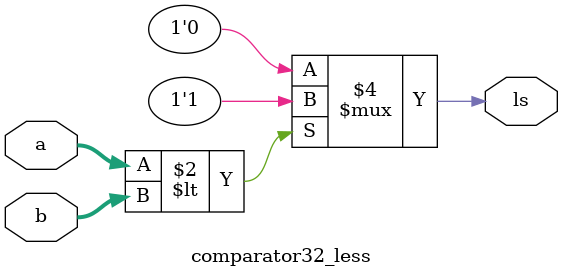
<source format=v>
module comparator32_less(
    input [31:0] a,
    input [31:0] b,
    output reg ls
);

    always @(*) begin
         if (a < b) begin
            ls = 1;
         end else begin
            ls = 0;
	 end
	 end

endmodule

</source>
